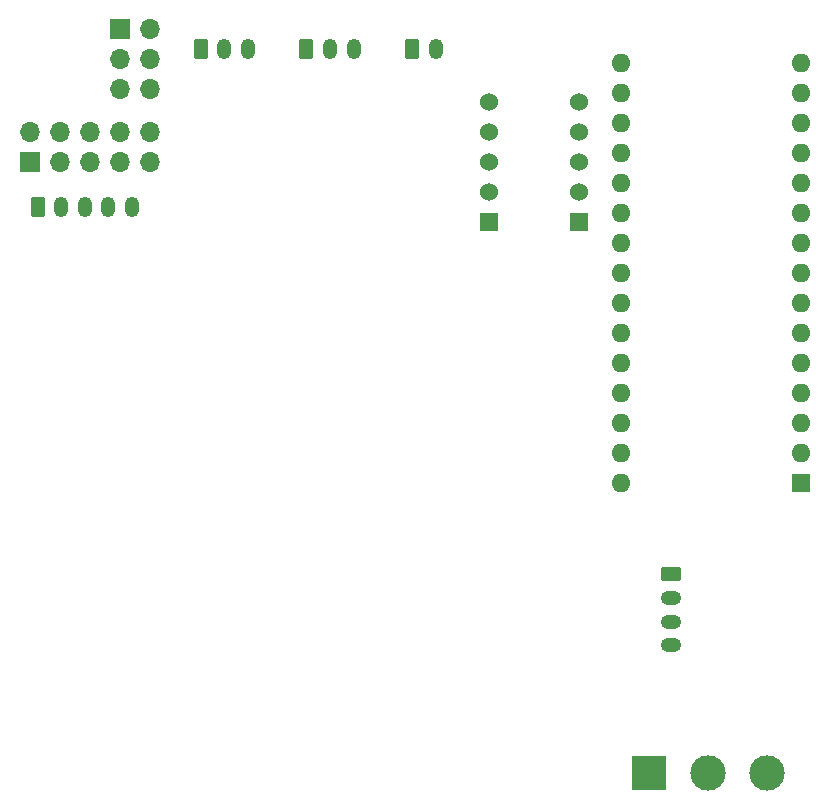
<source format=gbr>
%TF.GenerationSoftware,KiCad,Pcbnew,8.0.3*%
%TF.CreationDate,2024-07-23T15:57:45+02:00*%
%TF.ProjectId,Ruehrplatte,52756568-7270-46c6-9174-74652e6b6963,rev?*%
%TF.SameCoordinates,Original*%
%TF.FileFunction,Soldermask,Top*%
%TF.FilePolarity,Negative*%
%FSLAX46Y46*%
G04 Gerber Fmt 4.6, Leading zero omitted, Abs format (unit mm)*
G04 Created by KiCad (PCBNEW 8.0.3) date 2024-07-23 15:57:45*
%MOMM*%
%LPD*%
G01*
G04 APERTURE LIST*
G04 Aperture macros list*
%AMRoundRect*
0 Rectangle with rounded corners*
0 $1 Rounding radius*
0 $2 $3 $4 $5 $6 $7 $8 $9 X,Y pos of 4 corners*
0 Add a 4 corners polygon primitive as box body*
4,1,4,$2,$3,$4,$5,$6,$7,$8,$9,$2,$3,0*
0 Add four circle primitives for the rounded corners*
1,1,$1+$1,$2,$3*
1,1,$1+$1,$4,$5*
1,1,$1+$1,$6,$7*
1,1,$1+$1,$8,$9*
0 Add four rect primitives between the rounded corners*
20,1,$1+$1,$2,$3,$4,$5,0*
20,1,$1+$1,$4,$5,$6,$7,0*
20,1,$1+$1,$6,$7,$8,$9,0*
20,1,$1+$1,$8,$9,$2,$3,0*%
G04 Aperture macros list end*
%ADD10R,3.000000X3.000000*%
%ADD11C,3.000000*%
%ADD12RoundRect,0.250000X-0.350000X-0.625000X0.350000X-0.625000X0.350000X0.625000X-0.350000X0.625000X0*%
%ADD13O,1.200000X1.750000*%
%ADD14R,1.700000X1.700000*%
%ADD15O,1.700000X1.700000*%
%ADD16R,1.524000X1.524000*%
%ADD17C,1.524000*%
%ADD18RoundRect,0.250000X-0.625000X0.350000X-0.625000X-0.350000X0.625000X-0.350000X0.625000X0.350000X0*%
%ADD19O,1.750000X1.200000*%
%ADD20R,1.600000X1.600000*%
%ADD21O,1.600000X1.600000*%
G04 APERTURE END LIST*
D10*
%TO.C,RV1*%
X155168600Y-114808000D03*
D11*
X160168600Y-114808000D03*
X165168600Y-114808000D03*
%TD*%
D12*
%TO.C,J2*%
X103400000Y-66900000D03*
D13*
X105400000Y-66900000D03*
X107400000Y-66900000D03*
X109400000Y-66900000D03*
X111400000Y-66900000D03*
%TD*%
D12*
%TO.C,J4*%
X117200000Y-53550000D03*
D13*
X119200000Y-53550000D03*
X121200000Y-53550000D03*
%TD*%
D14*
%TO.C,J7*%
X110360000Y-51820000D03*
D15*
X112900000Y-51820000D03*
X110360000Y-54360000D03*
X112900000Y-54360000D03*
X110360000Y-56900000D03*
X112900000Y-56900000D03*
%TD*%
D16*
%TO.C,U1*%
X149260000Y-68150000D03*
D17*
X149260000Y-65610000D03*
X149260000Y-63070000D03*
X149260000Y-60530000D03*
X149260000Y-57990000D03*
D16*
X141640000Y-68150000D03*
D17*
X141640000Y-65610000D03*
X141640000Y-63070000D03*
X141640000Y-60530000D03*
X141640000Y-57990000D03*
%TD*%
D14*
%TO.C,J6*%
X102740000Y-63100000D03*
D15*
X102740000Y-60560000D03*
X105280000Y-63100000D03*
X105280000Y-60560000D03*
X107820000Y-63100000D03*
X107820000Y-60560000D03*
X110360000Y-63100000D03*
X110360000Y-60560000D03*
X112900000Y-63100000D03*
X112900000Y-60560000D03*
%TD*%
D12*
%TO.C,J1*%
X135100000Y-53550000D03*
D13*
X137100000Y-53550000D03*
%TD*%
D18*
%TO.C,J3*%
X157000000Y-98000000D03*
D19*
X157000000Y-100000000D03*
X157000000Y-102000000D03*
X157000000Y-104000000D03*
%TD*%
D12*
%TO.C,J5*%
X126150000Y-53550000D03*
D13*
X128150000Y-53550000D03*
X130150000Y-53550000D03*
%TD*%
D20*
%TO.C,A1*%
X168012000Y-90227000D03*
D21*
X168012000Y-87687000D03*
X168012000Y-85147000D03*
X168012000Y-82607000D03*
X168012000Y-80067000D03*
X168012000Y-77527000D03*
X168012000Y-74987000D03*
X168012000Y-72447000D03*
X168012000Y-69907000D03*
X168012000Y-67367000D03*
X168012000Y-64827000D03*
X168012000Y-62287000D03*
X168012000Y-59747000D03*
X168012000Y-57207000D03*
X168012000Y-54667000D03*
X152772000Y-54667000D03*
X152772000Y-57207000D03*
X152772000Y-59747000D03*
X152772000Y-62287000D03*
X152772000Y-64827000D03*
X152772000Y-67367000D03*
X152772000Y-69907000D03*
X152772000Y-72447000D03*
X152772000Y-74987000D03*
X152772000Y-77527000D03*
X152772000Y-80067000D03*
X152772000Y-82607000D03*
X152772000Y-85147000D03*
X152772000Y-87687000D03*
X152772000Y-90227000D03*
%TD*%
M02*

</source>
